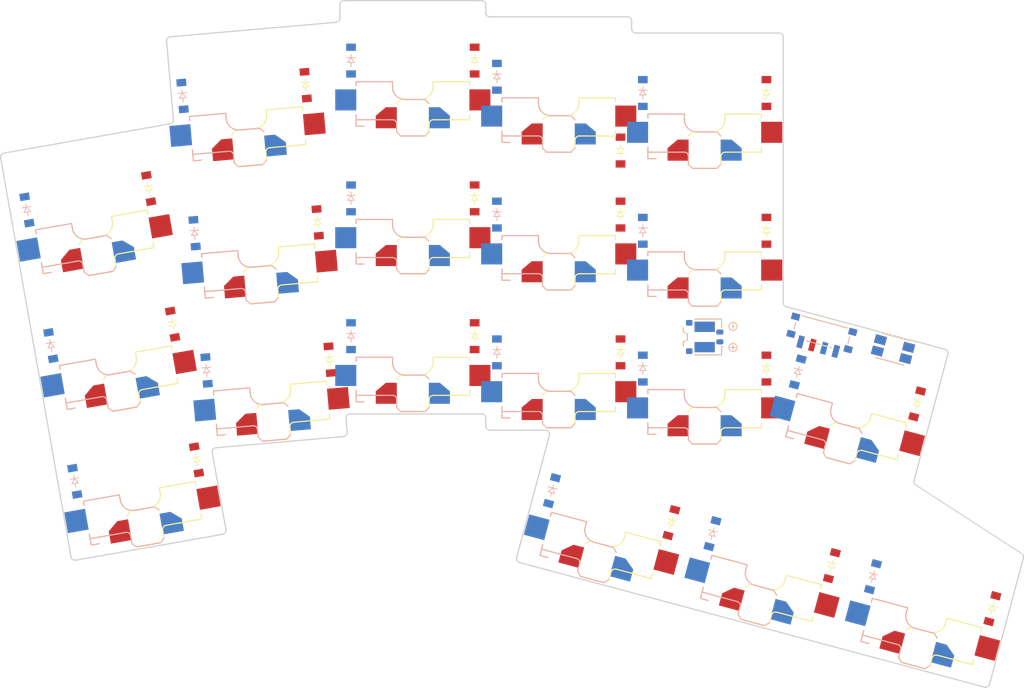
<source format=kicad_pcb>
(kicad_pcb (version 20221018) (generator pcbnew)
  (title_block (title "template") (rev "v1.0.0") (company "Unknown"))
  (layers (0 "F.Cu" signal) (31 "B.Cu" signal) (34 "B.Paste" user) (35 "F.Paste" user) (36 "B.SilkS" user "B.Silkscreen") (37 "F.SilkS" user "F.Silkscreen") (38 "B.Mask" user) (39 "F.Mask" user) (44 "Edge.Cuts" user))
  (net 0 "")
  (net 1 "C1")
  (net 2 "pinky_bottom")
  (net 3 "pinky_home")
  (net 4 "pinky_top")
  (net 5 "C2")
  (net 6 "ring_bottom")
  (net 7 "ring_home")
  (net 8 "ring_top")
  (net 9 "C3")
  (net 10 "middle_bottom")
  (net 11 "middle_home")
  (net 12 "middle_top")
  (net 13 "C4")
  (net 14 "index_bottom")
  (net 15 "index_home")
  (net 16 "index_top")
  (net 17 "C5")
  (net 18 "inner_bottom")
  (net 19 "inner_home")
  (net 20 "inner_top")
  (net 21 "flexion_lower")
  (net 22 "C6")
  (net 23 "base_lower")
  (net 24 "base_upper")
  (net 25 "C7")
  (net 26 "extension_lower")
  (net 27 "R3")
  (net 28 "R2")
  (net 29 "R1")
  (net 30 "R4")
  (net 31 "BAT_P")
  (net 32 "RAW")
  (net 33 "RST")
  (net 34 "GND")
  (footprint "conn_molex_pico_ezmate_1x02" (layer "F.Cu") (at 170.006728 82.430902 -90)
    (fp_text reference "CONN1" hide)
    (fp_text value "" (at 0 0 -90) (layer "F.SilkS") (effects (font (size 1.27 1.27))))
    (pad "1" smd roundrect (at -0.6 -1.875 270) (size 0.6 0.85) (layers "F.Cu" "F.Paste" "F.Mask") (net 32 "RAW"))
    (pad "1" smd roundrect (at 0.6 -1.875 90) (size 0.6 0.85) (layers "B.Cu" "B.Paste" "B.Mask") (net 32 "RAW"))
    (pad "2" smd roundrect (at -0.6 -1.875 90) (size 0.6 0.85) (layers "B.Cu" "B.Paste" "B.Mask") (net 34 "GND"))
    (pad "2" smd roundrect (at 0.6 -1.875 270) (size 0.6 0.85) (layers "F.Cu" "F.Paste" "F.Mask") (net 34 "GND"))
    (pad "MP" smd roundrect (at -1.75 1.9 270) (size 0.7 0.8) (layers "F.Cu" "F.Paste" "F.Mask"))
    (pad "MP" smd roundrect (at -1.75 1.9 90) (size 0.7 0.8) (layers "B.Cu" "B.Paste" "B.Mask"))
    (pad "MP" smd roundrect (at 1.75 1.9 270) (size 0.7 0.8) (layers "F.Cu" "F.Paste" "F.Mask"))
    (pad "MP" smd roundrect (at 1.75 1.9 90) (size 0.7 0.8) (layers "B.Cu" "B.Paste" "B.Mask"))
  )
  (footprint "PG1350" (layer "F.Cu") (at 170.006728 87.430902 180)
    (fp_text reference "S13" hide)
    (fp_text value "" (at 0 0 180) (layer "F.SilkS") (effects (font (size 1.27 1.27))))
    (pad "" np_thru_hole circle (at -5.5 0) (size 1.7018 1.7018) (drill 1.7018) (layers "*.Cu" "*.Mask"))
    (pad "" np_thru_hole circle (at -5 -3.75 195) (size 3 3) (drill 3) (layers "*.Cu" "*.Mask"))
    (pad "" np_thru_hole circle (at 0 -5.95) (size 3 3) (drill 3) (layers "*.Cu" "*.Mask"))
    (pad "" np_thru_hole circle (at 0 0) (size 3.429 3.429) (drill 3.429) (layers "*.Cu" "*.Mask"))
    (pad "" np_thru_hole circle (at 5 -3.75 195) (size 3 3) (drill 3) (layers "*.Cu" "*.Mask"))
    (pad "" np_thru_hole circle (at 5.5 0) (size 1.7018 1.7018) (drill 1.7018) (layers "*.Cu" "*.Mask"))
    (pad "1" smd custom (at -3.275 -5.95 180) (size 1 1) (layers "B.Cu" "B.Paste" "B.Mask") (net 17 "C5") (options (clearance outline) (anchor rect)) (primitives (gr_poly (pts (xy -1.3 -1.3) (xy -1.3 0.25) (xy -0.05 1.3) (xy 1.3 1.3) (xy 1.3 -1.3)) (width 0) (fill yes))))
    (pad "1" connect custom (at 3.275 -5.95 180) (size 0.5 0.5) (layers "F.Cu" "F.Mask") (net 17 "C5") (options (clearance outline) (anchor rect)) (primitives (gr_poly (pts (xy -1.3 -1.3) (xy -1.3 1.3) (xy 0.05 1.3) (xy 1.3 0.25) (xy 1.3 -1.3)) (width 0) (fill yes))))
    (pad "2" smd rect (at -8.275 -3.75 180) (size 2.6 2.6) (layers "F.Cu" "F.Paste" "F.Mask") (net 18 "inner_bottom"))
    (pad "2" smd rect (at 8.275 -3.75 180) (size 2.6 2.6) (layers "B.Cu" "B.Paste" "B.Mask") (net 18 "inner_bottom"))
  )
  (footprint "power_switch" (layer "F.Cu") (at 184.468625 81.948987 75)
    (fp_text reference "SW1" hide)
    (fp_text value "" (at 0 0 75) (layer "F.SilkS") (effects (font (size 1.27 1.27))))
    (pad "" smd rect (at -1.085 -3.65 165) (size 1 0.8) (layers "F.Cu" "F.Paste" "F.Mask"))
    (pad "" smd rect (at -1.085 -3.65 345) (size 1 0.8) (layers "B.Cu" "B.Paste" "B.Mask"))
    (pad "" smd rect (at -1.085 3.65 165) (size 1 0.8) (layers "F.Cu" "F.Paste" "F.Mask"))
    (pad "" smd rect (at -1.085 3.65 345) (size 1 0.8) (layers "B.Cu" "B.Paste" "B.Mask"))
    (pad "" np_thru_hole circle (at 0.025 -1.5 165) (size 0.9 0.9) (drill 0.9) (layers "*.Cu" "*.Mask"))
    (pad "" np_thru_hole circle (at 0.025 1.5 165) (size 0.9 0.9) (drill 0.9) (layers "*.Cu" "*.Mask"))
    (pad "" smd rect (at 1.125 -3.65 165) (size 1 0.8) (layers "F.Cu" "F.Paste" "F.Mask"))
    (pad "" smd rect (at 1.125 -3.65 345) (size 1 0.8) (layers "B.Cu" "B.Paste" "B.Mask"))
    (pad "" smd rect (at 1.125 3.65 165) (size 1 0.8) (layers "F.Cu" "F.Paste" "F.Mask"))
    (pad "" smd rect (at 1.125 3.65 345) (size 1 0.8) (layers "B.Cu" "B.Paste" "B.Mask"))
    (pad "1" smd rect (at -1.735 2.25 165) (size 0.7 1.5) (layers "F.Cu" "F.Paste" "F.Mask"))
    (pad "2" smd rect (at -1.735 -0.75 165) (size 0.7 1.5) (layers "F.Cu" "F.Paste" "F.Mask") (net 31 "BAT_P"))
    (pad "3" smd rect (at -1.735 -2.25 165) (size 0.7 1.5) (layers "F.Cu" "F.Paste" "F.Mask") (net 32 "RAW"))
    (pad "4" smd rect (at -1.735 2.25 345) (size 0.7 1.5) (layers "B.Cu" "B.Paste" "B.Mask"))
    (pad "5" smd rect (at -1.735 0.75 345) (size 0.7 1.5) (layers "B.Cu" "B.Paste" "B.Mask") (net 31 "BAT_P"))
    (pad "6" smd rect (at -1.735 -2.25 345) (size 0.7 1.5) (layers "B.Cu" "B.Paste" "B.Mask") (net 32 "RAW"))
  )
  (footprint "ComboDiode" (layer "F.Cu") (at 205.509573 115.953459 -105)
    (fp_text reference "D37" hide)
    (fp_text value "" (at 0 0 -105) (layer "F.SilkS") (effects (font (size 1.27 1.27))))
    (pad "1" smd rect (at -1.65 0 255) (size 0.9 1.2) (layers "F.Cu" "F.Paste" "F.Mask") (net 30 "R4"))
    (pad "2" smd rect (at 1.65 0 255) (size 0.9 1.2) (layers "F.Cu" "F.Paste" "F.Mask") (net 26 "extension_lower"))
  )
  (footprint "PG1350" (layer "F.Cu") (at 170.006728 53.430902 180)
    (fp_text reference "S15" hide)
    (fp_text value "" (at 0 0 180) (layer "F.SilkS") (effects (font (size 1.27 1.27))))
    (pad "" np_thru_hole circle (at -5.5 0) (size 1.7018 1.7018) (drill 1.7018) (layers "*.Cu" "*.Mask"))
    (pad "" np_thru_hole circle (at -5 -3.75 195) (size 3 3) (drill 3) (layers "*.Cu" "*.Mask"))
    (pad "" np_thru_hole circle (at 0 -5.95) (size 3 3) (drill 3) (layers "*.Cu" "*.Mask"))
    (pad "" np_thru_hole circle (at 0 0) (size 3.429 3.429) (drill 3.429) (layers "*.Cu" "*.Mask"))
    (pad "" np_thru_hole circle (at 5 -3.75 195) (size 3 3) (drill 3) (layers "*.Cu" "*.Mask"))
    (pad "" np_thru_hole circle (at 5.5 0) (size 1.7018 1.7018) (drill 1.7018) (layers "*.Cu" "*.Mask"))
    (pad "1" smd custom (at -3.275 -5.95 180) (size 1 1) (layers "B.Cu" "B.Paste" "B.Mask") (net 17 "C5") (options (clearance outline) (anchor rect)) (primitives (gr_poly (pts (xy -1.3 -1.3) (xy -1.3 0.25) (xy -0.05 1.3) (xy 1.3 1.3) (xy 1.3 -1.3)) (width 0) (fill yes))))
    (pad "1" connect custom (at 3.275 -5.95 180) (size 0.5 0.5) (layers "F.Cu" "F.Mask") (net 17 "C5") (options (clearance outline) (anchor rect)) (primitives (gr_poly (pts (xy -1.3 -1.3) (xy -1.3 1.3) (xy 0.05 1.3) (xy 1.3 0.25) (xy 1.3 -1.3)) (width 0) (fill yes))))
    (pad "2" smd rect (at -8.275 -3.75 180) (size 2.6 2.6) (layers "F.Cu" "F.Paste" "F.Mask") (net 20 "inner_top"))
    (pad "2" smd rect (at 8.275 -3.75 180) (size 2.6 2.6) (layers "B.Cu" "B.Paste" "B.Mask") (net 20 "inner_top"))
  )
  (footprint "ComboDiode" (layer "F.Cu") (at 122.268001 68.296408 -85)
    (fp_text reference "D24" hide)
    (fp_text value "" (at 0 0 -85) (layer "F.SilkS") (effects (font (size 1.27 1.27))))
    (pad "1" smd rect (at -1.65 0 275) (size 0.9 1.2) (layers "F.Cu" "F.Paste" "F.Mask") (net 28 "R2"))
    (pad "2" smd rect (at 1.65 0 275) (size 0.9 1.2) (layers "F.Cu" "F.Paste" "F.Mask") (net 7 "ring_home"))
  )
  (footprint "PG1350" (layer "F.Cu") (at 152.006728 51.430902 180)
    (fp_text reference "S12" hide)
    (fp_text value "" (at 0 0 180) (layer "F.SilkS") (effects (font (size 1.27 1.27))))
    (pad "" np_thru_hole circle (at -5.5 0) (size 1.7018 1.7018) (drill 1.7018) (layers "*.Cu" "*.Mask"))
    (pad "" np_thru_hole circle (at -5 -3.75 195) (size 3 3) (drill 3) (layers "*.Cu" "*.Mask"))
    (pad "" np_thru_hole circle (at 0 -5.95) (size 3 3) (drill 3) (layers "*.Cu" "*.Mask"))
    (pad "" np_thru_hole circle (at 0 0) (size 3.429 3.429) (drill 3.429) (layers "*.Cu" "*.Mask"))
    (pad "" np_thru_hole circle (at 5 -3.75 195) (size 3 3) (drill 3) (layers "*.Cu" "*.Mask"))
    (pad "" np_thru_hole circle (at 5.5 0) (size 1.7018 1.7018) (drill 1.7018) (layers "*.Cu" "*.Mask"))
    (pad "1" smd custom (at -3.275 -5.95 180) (size 1 1) (layers "B.Cu" "B.Paste" "B.Mask") (net 13 "C4") (options (clearance outline) (anchor rect)) (primitives (gr_poly (pts (xy -1.3 -1.3) (xy -1.3 0.25) (xy -0.05 1.3) (xy 1.3 1.3) (xy 1.3 -1.3)) (width 0) (fill yes))))
    (pad "1" connect custom (at 3.275 -5.95 180) (size 0.5 0.5) (layers "F.Cu" "F.Mask") (net 13 "C4") (options (clearance outline) (anchor rect)) (primitives (gr_poly (pts (xy -1.3 -1.3) (xy -1.3 1.3) (xy 0.05 1.3) (xy 1.3 0.25) (xy 1.3 -1.3)) (width 0) (fill yes))))
    (pad "2" smd rect (at -8.275 -3.75 180) (size 2.6 2.6) (layers "F.Cu" "F.Paste" "F.Mask") (net 16 "index_top"))
    (pad "2" smd rect (at 8.275 -3.75 180) (size 2.6 2.6) (layers "B.Cu" "B.Paste" "B.Mask") (net 16 "index_top"))
  )
  (footprint "ComboDiode" (layer "F.Cu") (at 159.631728 59.430902 90)
    (fp_text reference "D38" hide)
    (fp_text value "" (at 0 0 90) (layer "F.SilkS") (effects (font (size 1.27 1.27))))
    (pad "1" smd rect (at -1.65 0 90) (size 0.9 1.2) (layers "F.Cu" "F.Paste" "F.Mask") (net 29 "R1"))
    (pad "2" smd rect (at 1.65 0 90) (size 0.9 1.2) (layers "F.Cu" "F.Paste" "F.Mask") (net 16 "index_top"))
  )
  (footprint "ComboDiode" (layer "F.Cu") (at 120.786353 51.361098 -85)
    (fp_text reference "D25" hide)
    (fp_text value "" (at 0 0 -85) (layer "F.SilkS") (effects (font (size 1.27 1.27))))
    (pad "1" smd rect (at -1.65 0 275) (size 0.9 1.2) (layers "F.Cu" "F.Paste" "F.Mask") (net 29 "R1"))
    (pad "2" smd rect (at 1.65 0 275) (size 0.9 1.2) (layers "F.Cu" "F.Paste" "F.Mask") (net 8 "ring_top"))
  )
  (footprint "ComboDiode" (layer "F.Cu") (at 123.749648 85.231718 -85)
    (fp_text reference "D23" hide)
    (fp_text value "" (at 0 0 -85) (layer "F.SilkS") (effects (font (size 1.27 1.27))))
    (pad "1" smd rect (at -1.65 0 275) (size 0.9 1.2) (layers "F.Cu" "F.Paste" "F.Mask") (net 27 "R3"))
    (pad "2" smd rect (at 1.65 0 275) (size 0.9 1.2) (layers "F.Cu" "F.Paste" "F.Mask") (net 6 "ring_bottom"))
  )
  (footprint "ComboDiode" (layer "F.Cu") (at 104.366127 80.850912 -80)
    (fp_text reference "D21" hide)
    (fp_text value "" (at 0 0 -80) (layer "F.SilkS") (effects (font (size 1.27 1.27))))
    (pad "1" smd rect (at -1.65 0 280) (size 0.9 1.2) (layers "F.Cu" "F.Paste" "F.Mask") (net 28 "R2"))
    (pad "2" smd rect (at 1.65 0 280) (size 0.9 1.2) (layers "F.Cu" "F.Paste" "F.Mask") (net 3 "pinky_home"))
  )
  (footprint "PG1350" (layer "F.Cu") (at 134.006728 49.430902 180)
    (fp_text reference "S9" hide)
    (fp_text value "" (at 0 0 180) (layer "F.SilkS") (effects (font (size 1.27 1.27))))
    (pad "" np_thru_hole circle (at -5.5 0) (size 1.7018 1.7018) (drill 1.7018) (layers "*.Cu" "*.Mask"))
    (pad "" np_thru_hole circle (at -5 -3.75 195) (size 3 3) (drill 3) (layers "*.Cu" "*.Mask"))
    (pad "" np_thru_hole circle (at 0 -5.95) (size 3 3) (drill 3) (layers "*.Cu" "*.Mask"))
    (pad "" np_thru_hole circle (at 0 0) (size 3.429 3.429) (drill 3.429) (layers "*.Cu" "*.Mask"))
    (pad "" np_thru_hole circle (at 5 -3.75 195) (size 3 3) (drill 3) (layers "*.Cu" "*.Mask"))
    (pad "" np_thru_hole circle (at 5.5 0) (size 1.7018 1.7018) (drill 1.7018) (layers "*.Cu" "*.Mask"))
    (pad "1" smd custom (at -3.275 -5.95 180) (size 1 1) (layers "B.Cu" "B.Paste" "B.Mask") (net 9 "C3") (options (clearance outline) (anchor rect)) (primitives (gr_poly (pts (xy -1.3 -1.3) (xy -1.3 0.25) (xy -0.05 1.3) (xy 1.3 1.3) (xy 1.3 -1.3)) (width 0) (fill yes))))
    (pad "1" connect custom (at 3.275 -5.95 180) (size 0.5 0.5) (layers "F.Cu" "F.Mask") (net 9 "C3") (options (clearance outline) (anchor rect)) (primitives (gr_poly (pts (xy -1.3 -1.3) (xy -1.3 1.3) (xy 0.05 1.3) (xy 1.3 0.25) (xy 1.3 -1.3)) (width 0) (fill yes))))
    (pad "2" smd rect (at -8.275 -3.75 180) (size 2.6 2.6) (layers "F.Cu" "F.Paste" "F.Mask") (net 12 "middle_top"))
    (pad "2" smd rect (at 8.275 -3.75 180) (size 2.6 2.6) (layers "B.Cu" "B.Paste" "B.Mask") (net 12 "middle_top"))
  )
  (footprint "ComboDiode" (layer "F.Cu") (at 185.708093 110.647669 -105)
    (fp_text reference "D35" hide)
    (fp_text value "" (at 0 0 -105) (layer "F.SilkS") (effects (font (size 1.27 1.27))))
    (pad "1" smd rect (at -1.65 0 255) (size 0.9 1.2) (layers "F.Cu" "F.Paste" "F.Mask") (net 30 "R4"))
    (pad "2" smd rect (at 1.65 0 255) (size 0.9 1.2) (layers "F.Cu" "F.Paste" "F.Mask") (net 23 "base_lower"))
  )
  (footprint "PG1350" (layer "F.Cu") (at 152.006728 68.430902 180)
    (fp_text reference "S11" hide)
    (fp_text value "" (at 0 0 180) (layer "F.SilkS") (effects (font (size 1.27 1.27))))
    (pad "" np_thru_hole circle (at -5.5 0) (size 1.7018 1.7018) (drill 1.7018) (layers "*.Cu" "*.Mask"))
    (pad "" np_thru_hole circle (at -5 -3.75 195) (size 3 3) (drill 3) (layers "*.Cu" "*.Mask"))
    (pad "" np_thru_hole circle (at 0 -5.95) (size 3 3) (drill 3) (layers "*.Cu" "*.Mask"))
    (pad "" np_thru_hole circle (at 0 0) (size 3.429 3.429) (drill 3.429) (layers "*.Cu" "*.Mask"))
    (pad "" np_thru_hole circle (at 5 -3.75 195) (size 3 3) (drill 3) (layers "*.Cu" "*.Mask"))
    (pad "" np_thru_hole circle (at 5.5 0) (size 1.7018 1.7018) (drill 1.7018) (layers "*.Cu" "*.Mask"))
    (pad "1" smd custom (at -3.275 -5.95 180) (size 1 1) (layers "B.Cu" "B.Paste" "B.Mask") (net 13 "C4") (options (clearance outline) (anchor rect)) (primitives (gr_poly (pts (xy -1.3 -1.3) (xy -1.3 0.25) (xy -0.05 1.3) (xy 1.3 1.3) (xy 1.3 -1.3)) (width 0) (fill yes))))
    (pad "1" connect custom (at 3.275 -5.95 180) (size 0.5 0.5) (layers "F.Cu" "F.Mask") (net 13 "C4") (options (clearance outline) (anchor rect)) (primitives (gr_poly (pts (xy -1.3 -1.3) (xy -1.3 1.3) (xy 0.05 1.3) (xy 1.3 0.25) (xy 1.3 -1.3)) (width 0) (fill yes))))
    (pad "2" smd rect (at -8.275 -3.75 180) (size 2.6 2.6) (layers "F.Cu" "F.Paste" "F.Mask") (net 15 "index_home"))
    (pad "2" smd rect (at 8.275 -3.75 180) (size 2.6 2.6) (layers "B.Cu" "B.Paste" "B.Mask") (net 15 "index_home"))
  )
  (footprint "ComboDiode" (layer "F.Cu") (at 141.631728 82.330902 -90)
    (fp_text reference "D26" hide)
    (fp_text value "" (at 0 0 -90) (layer "F.SilkS") (effects (font (size 1.27 1.27))))
    (pad "1" smd rect (at -1.65 0 270) (size 0.9 1.2) (layers "F.Cu" "F.Paste" "F.Mask") (net 27 "R3"))
    (pad "2" smd rect (at 1.65 0 270) (size 0.9 1.2) (layers "F.Cu" "F.Paste" "F.Mask") (net 10 "middle_bottom"))
  )
  (footprint "ComboDiode" (layer "F.Cu") (at 107.318146 97.592644 -80)
    (fp_text reference "D20" hide)
    (fp_text value "" (at 0 0 -80) (layer "F.SilkS") (effects (font (size 1.27 1.27))))
    (pad "1" smd rect (at -1.65 0 280) (size 0.9 1.2) (layers "F.Cu" "F.Paste" "F.Mask") (net 27 "R3"))
    (pad "2" smd rect (at 1.65 0 280) (size 0.9 1.2) (layers "F.Cu" "F.Paste" "F.Mask") (net 2 "pinky_bottom"))
  )
  (footprint "ComboDiode" (layer "F.Cu") (at 196.231741 90.691396 -105)
    (fp_text reference "D36" hide)
    (fp_text value "" (at 0 0 -105) (layer "F.SilkS") (effects (font (size 1.27 1.27))))
    (pad "1" smd rect (at -1.65 0 255) (size 0.9 1.2) (layers "F.Cu" "F.Paste" "F.Mask") (net 27 "R3"))
    (pad "2" smd rect (at 1.65 0 255) (size 0.9 1.2) (layers "F.Cu" "F.Paste" "F.Mask") (net 24 "base_upper"))
  )
  (footprint "ComboDiode" (layer "F.Cu") (at 159.631728 67.330902 -90)
    (fp_text reference "D30" hide)
    (fp_text value "" (at 0 0 -90) (layer "F.SilkS") (effects (font (size 1.27 1.27))))
    (pad "1" smd rect (at -1.65 0 270) (size 0.9 1.2) (layers "F.Cu" "F.Paste" "F.Mask") (net 28 "R2"))
    (pad "2" smd rect (at 1.65 0 270) (size 0.9 1.2) (layers "F.Cu" "F.Paste" "F.Mask") (net 15 "index_home"))
  )
  (footprint "PG1350" (layer "F.Cu") (at 178.058208 109.736692 165)
    (fp_text reference "S17" hide)
    (fp_text value "" (at 0 0 165) (layer "F.SilkS") (effects (font (size 1.27 1.27))))
    (pad "" np_thru_hole circle (at -5.5 0) (size 1.7018 1.7018) (drill 1.7018) (layers "*.Cu" "*.Mask"))
    (pad "" np_thru_hole circle (at -5 -3.75 195) (size 3 3) (drill 3) (layers "*.Cu" "*.Mask"))
    (pad "" np_thru_hole circle (at 0 -5.95) (size 3 3) (drill 3) (layers "*.Cu" "*.Mask"))
    (pad "" np_thru_hole circle (at 0 0) (size 3.429 3.429) (drill 3.429) (layers "*.Cu" "*.Mask"))
    (pad "" np_thru_hole circle (at 5 -3.75 195) (size 3 3) (drill 3) (layers "*.Cu" "*.Mask"))
    (pad "" np_thru_hole circle (at 5.5 0) (size 1.7018 1.7018) (drill 1.7018) (layers "*.Cu" "*.Mask"))
    (pad "1" smd custom (at -3.275 -5.95 165) (size 1 1) (layers "B.Cu" "B.Paste" "B.Mask") (net 22 "C6") (options (clearance outline) (anchor rect)) (primitives (gr_poly (pts (xy -1.3 -1.3) (xy -1.3 0.25) (xy -0.05 1.3) (xy 1.3 1.3) (xy 1.3 -1.3)) (width 0) (fill yes))))
    (pad "1" connect custom (at 3.275 -5.95 165) (size 0.5 0.5) (layers "F.Cu" "F.Mask") (net 22 "C6") (options (clearance outline) (anchor rect)) (primitives (gr_poly (pts (xy -1.3 -1.3) (xy -1.3 1.3) (xy 0.05 1.3) (xy 1.3 0.25) (xy 1.3 -1.3)) (width 0) (fill yes))))
    (pad "2" smd rect (at -8.275 -3.75 165) (size 2.6 2.6) (layers "F.Cu" "F.Paste" "F.Mask") (net 23 "base_lower"))
    (pad "2" smd rect (at 8.275 -3.75 165) (size 2.6 2.6) (layers "B.Cu" "B.Paste" "B.Mask") (net 23 "base_lower"))
  )
  (footprint "ComboDiode" (layer "F.Cu") (at 141.631728 65.330902 -90)
    (fp_text reference "D27" hide)
    (fp_text value "" (at 0 0 -90) (layer "F.SilkS") (effects (font (size 1.27 1.27))))
    (pad "1" smd rect (at -1.65 0 270) (size 0.9 1.2) (layers "F.Cu" "F.Paste" "F.Mask") (net 28 "R2"))
    (pad "2" smd rect (at 1.65 0 270) (size 0.9 1.2) (layers "F.Cu" "F.Paste" "F.Mask") (net 11 "middle_home"))
  )
  (footprint "PG1350" (layer "F.Cu") (at 170.006728 70.430902 180)
    (fp_text reference "S14" hide)
    (fp_text value "" (at 0 0 180) (layer "F.SilkS") (effects (font (size 1.27 1.27))))
    (pad "" np_thru_hole circle (at -5.5 0) (size 1.7018 1.7018) (drill 1.7018) (layers "*.Cu" "*.Mask"))
    (pad "" np_thru_hole circle (at -5 -3.75 195) (size 3 3) (drill 3) (layers "*.Cu" "*.Mask"))
    (pad "" np_thru_hole circle (at 0 -5.95) (size 3 3) (drill 3) (layers "*.Cu" "*.Mask"))
    (pad "" np_thru_hole circle (at 0 0) (size 3.429 3.429) (drill 3.429) (layers "*.Cu" "*.Mask"))
    (pad "" np_thru_hole circle (at 5 -3.75 195) (size 3 3) (drill 3) (layers "*.Cu" "*.Mask"))
    (pad "" np_thru_hole circle (at 5.5 0) (size 1.7018 1.7018) (drill 1.7018) (layers "*.Cu" "*.Mask"))
    (pad "1" smd custom (at -3.275 -5.95 180) (size 1 1) (layers "B.Cu" "B.Paste" "B.Mask") (net 17 "C5") (options (clearance outline) (anchor rect)) (primitives (gr_poly (pts (xy -1.3 -1.3) (xy -1.3 0.25) (xy -0.05 1.3) (xy 1.3 1.3) (xy 1.3 -1.3)) (width 0) (fill yes))))
    (pad "1" connect custom (at 3.275 -5.95 180) (size 0.5 0.5) (layers "F.Cu" "F.Mask") (net 17 "C5") (options (clearance outline) (anchor rect)) (primitives (gr_poly (pts (xy -1.3 -1.3) (xy -1.3 1.3) (xy 0.05 1.3) (xy 1.3 0.25) (xy 1.3 -1.3)) (width 0) (fill yes))))
    (pad "2" smd rect (at -8.275 -3.75 180) (size 2.6 2.6) (layers "F.Cu" "F.Paste" "F.Mask") (net 19 "inner_home"))
    (pad "2" smd rect (at 8.275 -3.75 180) (size 2.6 2.6) (layers "B.Cu" "B.Paste" "B.Mask") (net 19 "inner_home"))
  )
  (footprint "ComboDiode" (layer "F.Cu") (at 177.631728 52.330902 -90)
    (fp_text reference "D33" hide)
    (fp_text value "" (at 0 0 -90) (layer "F.SilkS") (effects (font (size 1.27 1.27))))
    (pad "1" smd rect (at -1.65 0 270) (size 0.9 1.2) (layers "F.Cu" "F.Paste" "F.Mask") (net 29 "R1"))
    (pad "2" smd rect (at 1.65 0 270) (size 0.9 1.2) (layers "F.Cu" "F.Paste" "F.Mask") (net 20 "inner_top"))
  )
  (footprint "PG1350" (layer "F.Cu") (at 134.006728 83.430902 180)
    (fp_text reference "S7" hide)
    (fp_text value "" (at 0 0 180) (layer "F.SilkS") (effects (font (size 1.27 1.27))))
    (pad "" np_thru_hole circle (at -5.5 0) (size 1.7018 1.7018) (drill 1.7018) (layers "*.Cu" "*.Mask"))
    (pad "" np_thru_hole circle (at -5 -3.75 195) (size 3 3) (drill 3) (layers "*.Cu" "*.Mask"))
    (pad "" np_thru_hole circle (at 0 -5.95) (size 3 3) (drill 3) (layers "*.Cu" "*.Mask"))
    (pad "" np_thru_hole circle (at 0 0) (size 3.429 3.429) (drill 3.429) (layers "*.Cu" "*.Mask"))
    (pad "" np_thru_hole circle (at 5 -3.75 195) (size 3 3) (drill 3) (layers "*.Cu" "*.Mask"))
    (pad "" np_thru_hole circle (at 5.5 0) (size 1.7018 1.7018) (drill 1.7018) (layers "*.Cu" "*.Mask"))
    (pad "1" smd custom (at -3.275 -5.95 180) (size 1 1) (layers "B.Cu" "B.Paste" "B.Mask") (net 9 "C3") (options (clearance outline) (anchor rect)) (primitives (gr_poly (pts (xy -1.3 -1.3) (xy -1.3 0.25) (xy -0.05 1.3) (xy 1.3 1.3) (xy 1.3 -1.3)) (width 0) (fill yes))))
    (pad "1" connect custom (at 3.275 -5.95 180) (size 0.5 0.5) (layers "F.Cu" "F.Mask") (net 9 "C3") (options (clearance outline) (anchor rect)) (primitives (gr_poly (pts (xy -1.3 -1.3) (xy -1.3 1.3) (xy 0.05 1.3) (xy 1.3 0.25) (xy 1.3 -1.3)) (width 0) (fill yes))))
    (pad "2" smd rect (at -8.275 -3.75 180) (size 2.6 2.6) (layers "F.Cu" "F.Paste" "F.Mask") (net 10 "middle_bottom"))
    (pad "2" smd rect (at 8.275 -3.75 180) (size 2.6 2.6) (layers "B.Cu" "B.Paste" "B.Mask") (net 10 "middle_bottom"))
  )
  (footprint "ComboDiode" (layer "F.Cu") (at 159.631728 84.330902 -90)
    (fp_text reference "D29" hide)
    (fp_text value "" (at 0 0 -90) (layer "F.SilkS") (effects (font (size 1.27 1.27))))
    (pad "1" smd rect (at -1.65 0 270) (size 0.9 1.2) (layers "F.Cu" "F.Paste" "F.Mask") (net 27 "R3"))
    (pad "2" smd rect (at 1.65 0 270) (size 0.9 1.2) (layers "F.Cu" "F.Paste" "F.Mask") (net 14 "index_bottom"))
  )
  (footprint "pads" (layer "F.Cu") (at 170.006728 82.430902 -90)
    (fp_text reference "PAD1" hide)
    (fp_text value "" (at 0 0 -90) (layer "F.SilkS") (effects (font (size 1.27 1.27))))
    (pad "1" smd rect (at -1.25 0 270) (size 1.25 2.5) (layers "F.Cu" "F.Paste" "F.Mask") (net 31 "BAT_P"))
    (pad "1" smd rect (at -1.25 0 270) (size 1.25 2.5) (layers "B.Cu" "B.Paste" "B.Mask") (net 34 "GND"))
    (pad "2" smd rect (at 1.25 0 270) (size 1.25 2.5) (layers "F.Cu" "F.Paste" "F.Mask") (net 34 "GND"))
    (pad "2" smd rect (at 1.25 0 270) (size 1.25 2.5) (layers "B.Cu" "B.Paste" "B.Mask") (net 31 "BAT_P"))
  )
  (footprint "PG1350" (layer "F.Cu") (at 100 100 -170)
    (fp_text reference "S1" hide)
    (fp_text value "" (at 0 0 -170) (layer "F.SilkS") (effects (font (size 1.27 1.27))))
    (pad "" np_thru_hole circle (at -5.5 0) (size 1.7018 1.7018) (drill 1.7018) (layers "*.Cu" "*.Mask"))
    (pad "" np_thru_hole circle (at -5 -3.75 195) (size 3 3) (drill 3) (layers "*.Cu" "*.Mask"))
    (pad "" np_thru_hole circle (at 0 -5.95) (size 3 3) (drill 3) (layers "*.Cu" "*.Mask"))
    (pad "" np_thru_hole circle (at 0 0) (size 3.429 3.429) (drill 3.429) (layers "*.Cu" "*.Mask"))
    (pad "" np_thru_hole circle (at 5 -3.75 195) (size 3 3) (drill 3) (layers "*.Cu" "*.Mask"))
    (pad "" np_thru_hole circle (at 5.5 0) (size 1.7018 1.7018) (drill 1.7018) (layers "*.Cu" "*.Mask"))
    (pad "1" smd custom (at -3.275 -5.95 190) (size 1 1) (layers "B.Cu" "B.Paste" "B.Mask") (net 1 "C1") (options (clearance outline) (anchor rect)) (primitives (gr_poly (pts (xy -1.3 -1.3) (xy -1.3 0.25) (xy -0.05 1.3) (xy 1.3 1.3) (xy 1.3 -1.3)) (width 0) (fill yes))))
    (pad "1" connect custom (at 3.275 -5.95 190) (size 0.5 0.5) (layers "F.Cu" "F.Mask") (net 1 "C1") (options (clearance outline) (anchor rect)) (primitives (gr_poly (pts (xy -1.3 -1.3) (xy -1.3 1.3) (xy 0.05 1.3) (xy 1.3 0.25) (xy 1.3 -1.3)) (width 0) (fill yes))))
    (pad "2" smd rect (at -8.275 -3.75 190) (size 2.6 2.6) (layers "F.Cu" "F.Paste" "F.Mask") (net 2 "pinky_bottom"))
    (pad "2" smd rect (at 8.275 -3.75 190) (size 2.6 2.6) (layers "B.Cu" "B.Paste" "B.Mask") (net 2 "pinky_bottom"))
  )
  (footprint "ComboDiode" (layer "F.Cu") (at 177.631728 86.330902 -90)
    (fp_text reference "D31" hide)
    (fp_text value "" (at 0 0 -90) (layer "F.SilkS") (effects (font (size 1.27 1.27))))
    (pad "1" smd rect (at -1.65 0 270) (size 0.9 1.2) (layers "F.Cu" "F.Paste" "F.Mask") (net 27 "R3"))
    (pad "2" smd rect (at 1.65 0 270) (size 0.9 1.2) (layers "F.Cu" "F.Paste" "F.Mask") (net 18 "inner_bottom"))
  )
  (footprint "PG1350" (layer "F.Cu") (at 134.006728 66.430902 180)
    (fp_text reference "S8" hide)
    (fp_text value "" (at 0 0 180) (layer "F.SilkS") (effects (font (size 1.27 1.27))))
    (pad "" np_thru_hole circle (at -5.5 0) (size 1.7018 1.7018) (drill 1.7018) (layers "*.Cu" "*.Mask"))
    (pad "" np_thru_hole circle (at -5 -3.75 195) (size 3 3) (drill 3) (layers "*.Cu" "*.Mask"))
    (pad "" np_thru_hole circle (at 0 -5.95) (size 3 3) (drill 3) (layers "*.Cu" "*.Mask"))
    (pad "" np_thru_hole circle (at 0 0) (size 3.429 3.429) (drill 3.429) (layers "*.Cu" "*.Mask"))
    (pad "" np_thru_hole circle (at 5 -3.75 195) (size 3 3) (drill 3) (layers "*.Cu" "*.Mask"))
    (pad "" np_thru_hole circle (at 5.5 0) (size 1.7018 1.7018) (drill 1.7018) (layers "*.Cu" "*.Mask"))
    (pad "1" smd custom (at -3.275 -5.95 180) (size 1 1) (layers "B.Cu" "B.Paste" "B.Mask") (net 9 "C3") (options (clearance outline) (anchor rect)) (primitives (gr_poly (pts (xy -1.3 -1.3) (xy -1.3 0.25) (xy -0.05 1.3) (xy 1.3 1.3) (xy 1.3 -1.3)) (width 0) (fill yes))))
    (pad "1" connect custom (at 3.275 -5.95 180) (size 0.5 0.5) (layers "F.Cu" "F.Mask") (net 9 "C3") (options (clearance outline) (anchor rect)) (primitives (gr_poly (pts (xy -1.3 -1.3) (xy -1.3 1.3) (xy 0.05 1.3) (xy 1.3 0.25) (xy 1.3 -1.3)) (width 0) (fill yes))))
    (pad "2" smd rect (at -8.275 -3.75 180) (size 2.6 2.6) (layers "F.Cu" "F.Paste" "F.Mask") (net 11 "middle_home"))
    (pad "2" smd rect (at 8.275 -3.75 180) (size 2.6 2.6) (layers "B.Cu" "B.Paste" "B.Mask") (net 11 "middle_home"))
  )
  (footprint "icon_bat" (layer "F.Cu") (at 173.506728 82.430902 -90)
    (fp_text reference "ICON1" hide)
    (fp_text value "" (at 0 0 -90) (layer "F.SilkS") (effects (font (size 1.27 1.27))))
  )
  (footprint "sw_reset_side" (layer "F.Cu") (at 193.252544 83.940284 75)
    (fp_text reference "SW2" hide)
    (fp_text value "" (at 0 0 75) (layer "F.SilkS") (effects (font (size 1.27 1.27))))
    (pad "1" smd rect (at -0.72 -1.8 165) (size 1.4 1.05) (layers "F.Cu" "F.Paste" "F.Mask") (net 33 "RST"))
    (pad "1" smd rect (at -0.72 -1.8 345) (size 1.4 1.05) (layers "B.Cu" "B.Paste" "B.Mask") (net 33 "RST"))
    (pad "1" smd rect (at -0.72 1.8 165) (size 1.4 1.05) (layers "F.Cu" "F.Paste" "F.Mask") (net 33 "RST"))
    (pad "1" smd rect (at -0.72 1.8 345) (size 1.4 1.05) (layers "B.Cu" "B.Paste" "B.Mask") (net 33 "RST"))
    (pad "2" smd rect (at 0.72 -1.8 165) (size 1.4 1.05) (layers "F.Cu" "F.Paste" "F.Mask") (net 34 "GND"))
    (pad "2" smd rect (at 0.72 -1.8 345) (size 1.4 1.05) (layers "B.Cu" "B.Paste" "B.Mask") (net 34 "GND"))
    (pad "2" smd rect (at 0.72 1.8 165) (size 1.4 1.05) (layers "F.Cu" "F.Paste" "F.Mask") (net 34 "GND"))
    (pad "2" smd rect (at 0.72 1.8 345) (size 1.4 1.05) (layers "B.Cu" "B.Paste" "B.Mask") (net 34 "GND"))
  )
  (footprint "PG1350" (layer "F.Cu") (at 188.581856 89.780419 165)
    (fp_text reference "S18" hide)
    (fp_text value "" (at 0 0 165) (layer "F.SilkS") (effects (font (size 1.27 1.27))))
    (pad "" np_thru_hole circle (at -5.5 0) (size 1.7018 1.7018) (drill 1.7018) (layers "*.Cu" "*.Mask"))
    (pad "" np_thru_hole circle (at -5 -3.75 195) (size 3 3) (drill 3) (layers "*.Cu" "*.Mask"))
    (pad "" np_thru_hole circle (at 0 -5.95) (size 3 3) (drill 3) (layers "*.Cu" "*.Mask"))
    (pad "" np_thru_hole circle (at 0 0) (size 3.429 3.429) (drill 3.429) (layers "*.Cu" "*.Mask"))
    (pad "" np_thru_hole circle (at 5 -3.75 195) (size 3 3) (drill 3) (layers "*.Cu" "*.Mask"))
    (pad "" np_thru_hole circle (at 5.5 0) (size 1.7018 1.7018) (drill 1.7018) (layers "*.Cu" "*.Mask"))
    (pad "1" smd custom (at -3.275 -5.95 165) (size 1 1) (layers "B.Cu" "B.Paste" "B.Mask") (net 22 "C6") (options (clearance outline) (anchor rect)) (primitives (gr_poly (pts (xy -1.3 -1.3) (xy -1.3 0.25) (xy -0.05 1.3) (xy 1.3 1.3) (xy 1.3 -1.3)) (width 0) (fill yes))))
    (pad "1" connect custom (at 3.275 -5.95 165) (size 0.5 0.5) (layers "F.Cu" "F.Mask") (net 22 "C6") (options (clearance outline) (anchor rect)) (primitives (gr_poly (pts (xy -1.3 -1.3) (xy -1.3 1.3) (xy 0.05 1.3) (xy 1.3 0.25) (xy 1.3 -1.3)) (width 0) (fill yes))))
    (pad "2" smd rect (at -8.275 -3.75 165) (size 2.6 2.6) (layers "F.Cu" "F.Paste" "F.Mask") (net 24 "base_upper"))
    (pad "2" smd rect (at 8.275 -3.75 165) (size 2.6 2.6) (layers "B.Cu" "B.Paste" "B.Mask") (net 24 "base_upper"))
  )
  (footprint "PG1350" (layer "F.Cu") (at 94.095962 66.516536 -170)
    (fp_text reference "S3" hide)
    (fp_text value "" (at 0 0 -170) (layer "F.SilkS") (effects (font (size 1.27 1.27))))
    (pad "" np_thru_hole circle (at -5.5 0) (size 1.7018 1.7018) (drill 1.7018) (layers "*.Cu" "*.Mask"))
    (pad "" np_thru_hole circle (at -5 -3.75 195) (size 3 3) (drill 3) (layers "*.Cu" "*.Mask"))
    (pad "" np_thru_hole circle (at 0 -5.95) (size 3 3) (drill 3) (layers "*.Cu" "*.Mask"))
    (pad "" np_thru_hole circle (at 0 0) (size 3.429 3.429) (drill 3.429) (layers "*.Cu" "*.Mask"))
    (pad "" np_thru_hole circle (at 5 -3.75 195) (size 3 3) (drill 3) (layers "*.Cu" "*.Mask"))
    (pad "" np_thru_hole circle (at 5.5 0) (size 1.7018 1.7018) (drill 1.7018) (layers "*.Cu" "*.Mask"))
    (pad "1" smd custom (at -3.275 -5.95 190) (size 1 1) (layers "B.Cu" "B.Paste" "B.Mask") (net 1 "C1") (options (clearance outline) (anchor rect)) (primitives (gr_poly (pts (xy -1.3 -1.3) (xy -1.3 0.25) (xy -0.05 1.3) (xy 1.3 1.3) (xy 1.3 -1.3)) (width 0) (fill yes))))
    (pad "1" connect custom (at 3.275 -5.95 190) (size 0.5 0.5) (layers "F.Cu" "F.Mask") (net 1 "C1") (options (clearance outline) (anchor rect)) (primitives (gr_poly (pts (xy -1.3 -1.3) (xy -1.3 1.3) (xy 0.05 1.3) (xy 1.3 0.25) (xy 1.3 -1.3)) (width 0) (fill yes))))
    (pad "2" smd rect (at -8.275 -3.75 190) (size 2.6 2.6) (layers "F.Cu" "F.Paste" "F.Mask") (net 4 "pinky_top"))
    (pad "2" smd rect (at 8.275 -3.75 190) (size 2.6 2.6) (layers "B.Cu" "B.Paste" "B.Mask") (net 4 "pinky_top"))
  )
  (footprint "PG1350" (layer "F.Cu") (at 114.767888 70.056785 -175)
    (fp_text reference "S5" hide)
    (fp_text value "" (at 0 0 -175) (layer "F.SilkS") (effects (font (size 1.27 1.27))))
    (pad "" np_thru_hole circle (at -5.5 0) (size 1.7018 1.7018) (drill 1.7018) (layers "*.Cu" "*.Mask"))
    (pad "" np_thru_hole circle (at -5 -3.75 195) (size 3 3) (drill 3) (layers "*.Cu" "*.Mask"))
    (pad "" np_thru_hole circle (at 0 -5.95) (size 3 3) (drill 3) (layers "*.Cu" "*.Mask"))
    (pad "" np_thru_hole circle (at 0 0) (size 3.429 3.429) (drill 3.429) (layers "*.Cu" "*.Mask"))
    (pad "" np_thru_hole circle (at 5 -3.75 195) (size 3 3) (drill 3) (layers "*.Cu" "*.Mask"))
    (pad "" np_thru_hole circle (at 5.5 0) (size 1.7018 1.7018) (drill 1.7018) (layers "*.Cu" "*.Mask"))
    (pad "1" smd custom (at -3.275 -5.95 185) (size 1 1) (layers "B.Cu" "B.Paste" "B.Mask") (net 5 "C2") (options (clearance outline) (anchor rect)) (primitives (gr_poly (pts (xy -1.3 -1.3) (xy -1.3 0.25) (xy -0.05 1.3) (xy 1.3 1.3) (xy 1.3 -1.3)) (width 0) (fill yes))))
    (pad "1" connect custom (at 3.275 -5.95 185) (size 0.5 0.5) (layers "F.Cu" "F.Mask") (net 5 "C2") (options (clearance outline) (anchor rect)) (primitives (gr_poly (pts (xy -1.3 -1.3) (xy -1.3 1.3) (xy 0.05 1.3) (xy 1.3 0.25) (xy 1.3 -1.3)) (width 0) (fill yes))))
    (pad "2" smd rect (at -8.275 -3.75 185) (size 2.6 2.6) (layers "F.Cu" "F.Paste" "F.Mask") (net 7 "ring_home"))
    (pad "2" smd rect (at 8.275 -3.75 185) (size 2.6 2.6) (layers "B.Cu" "B.Paste" "B.Mask") (net 7 "ring_home"))
  )
  (footprint "PG1350" (layer "F.Cu") (at 116.249535 86.992095 -175)
    (fp_text reference "S4" hide)
    (fp_text value "" (at 0 0 -175) (layer "F.SilkS") (effects (font (size 1.27 1.27))))
    (pad "" np_thru_hole circle (at -5.5 0) (size 1.7018 1.7018) (drill 1.7018) (layers "*.Cu" "*.Mask"))
    (pad "" np_thru_hole circle (at -5 -3.75 195) (size 3 3) (drill 3) (layers "*.Cu" "*.Mask"))
    (pad "" np_thru_hole circle (at 0 -5.95) (size 3 3) (drill 3) (layers "*.Cu" "*.Mask"))
    (pad "" np_thru_hole circle (at 0 0) (size 3.429 3.429) (drill 3.429) (layers "*.Cu" "*.Mask"))
    (pad "" np_thru_hole circle (at 5 -3.75 195) (size 3 3) (drill 3) (layers "*.Cu" "*.Mask"))
    (pad "" np_thru_hole circle (at 5.5 0) (size 1.7018 1.7018) (drill 1.7018) (layers "*.Cu" "*.Mask"))
    (pad "1" smd custom (at -3.275 -5.95 185) (size 1 1) (layers "B.Cu" "B.Paste" "B.Mask") (net 5 "C2") (options (clearance outline) (anchor rect)) (primitives (gr_poly (pts (xy -1.3 -1.3) (xy -1.3 0.25) (xy -0.05 1.3) (xy 1.3 1.3) (xy 1.3 -1.3)) (width 0) (fill yes))))
    (pad "1" connect custom (at 3.275 -5.95 185) (size 0.5 0.5) (layers "F.Cu" "F.Mask") (net 5 "C2") (options (clearance outline) (anchor rect)) (primitives (gr_poly (pts (xy -1.3 -1.3) (xy -1.3 1.3) (xy 0.05 1.3) (xy 1.3 0.25) (xy 1.3 -1.3)) (width 0) (fill yes))))
    (pad "2" smd rect (at -8.275 -3.75 185) (size 2.6 2.6) (layers "F.Cu" "F.Paste" "F.Mask") (net 6 "ring_bottom"))
    (pad "2" smd rect (at 8.275 -3.75 185) (size 2.6 2.6) (layers "B.Cu" "B.Paste" "B.Mask") (net 6 "ring_bottom"))
  )
  (footprint "ComboDiode" (layer "F.Cu") (at 165.906614 105.341878 -105)
    (fp_text reference "D34" hide)
    (fp_text value "" (at 0 0 -105) (layer "F.SilkS") (effects (font (size 1.27 1.27))))
    (pad "1" smd rect (at -1.65 0 255) (size 0.9 1.2) (layers "F.Cu" "F.Paste" "F.Mask") (net 30 "R4"))
    (pad "2" smd rect (at 1.65 0 255) (size 0.9 1.2) (layers "F.Cu" "F.Paste" "F.Mask") (net 21 "flexion_lower"))
  )
  (footprint "PG1350" (layer "F.Cu") (at 113.28624 53.121475 -175)
    (fp_text reference "S6" hide)
    (fp_text value "" (at 0 0 -175) (layer "F.SilkS") (effects (font (size 1.27 1.27))))
    (pad "" np_thru_hole circle (at -5.5 0) (size 1.7018 1.7018) (drill 1.7018) (layers "*.Cu" "*.Mask"))
    (pad "" np_thru_hole circle (at -5 -3.75 195) (size 3 3) (drill 3) (layers "*.Cu" "*.Mask"))
    (pad "" np_thru_hole circle (at 0 -5.95) (size 3 3) (drill 3) (layers "*.Cu" "*.Mask"))
    (pad "" np_thru_hole circle (at 0 0) (size 3.429 3.429) (drill 3.429) (layers "*.Cu" "*.Mask"))
    (pad "" np_thru_hole circle (at 5 -3.75 195) (size 3 3) (drill 3) (layers "*.Cu" "*.Mask"))
    (pad "" np_thru_hole circle (at 5.5 0) (size 1.7018 1.7018) (drill 1.7018) (layers "*.Cu" "*.Mask"))
    (pad "1" smd custom (at -3.275 -5.95 185) (size 1 1) (layers "B.Cu" "B.Paste" "B.Mask") (net 5 "C2") (options (clearance outline) (anchor rect)) (primitives (gr_poly (pts (xy -1.3 -1.3) (xy -1.3 0.25) (xy -0.05 1.3) (xy 1.3 1.3) (xy 1.3 -1.3)) (width 0) (fill yes))))
    (pad "1" connect custom (at 3.275 -5.95 185) (size 0.5 0.5) (layers "F.Cu" "F.Mask") (net 5 "C2") (options (clearance outline) (anchor rect)) (primitives (gr_poly (pts (xy -1.3 -1.3) (xy -1.3 1.3) (xy 0.05 1.3) (xy 1.3 0.25) (xy 1.3 -1.3)) (width 0) (fill yes))))
    (pad "2" smd rect (at -8.275 -3.75 185) (size 2.6 2.6) (layers "F.Cu" "F.Paste" "F.Mask") (net 8 "ring_top"))
    (pad "2" smd rect (at 8.275 -3.75 185) (size 2.6 2.6) (layers "B.Cu" "B.Paste" "B.Mask") (net 8 "ring_top"))
  )
  (footprint "ComboDiode" (layer "F.Cu") (at 101.414108 64.109181 -80)
    (fp_text reference "D22" hide)
    (fp_text value "" (at 0 0 -80) (layer "F.SilkS") (effects (font (size 1.27 1.27))))
    (pad "1" smd rect (at -1.65 0 280) (size 0.9 1.2) (layers "F.Cu" "F.Paste" "F.Mask") (net 29 "R1"))
    (pad "2" smd rect (at 1.65 0 280) (size 0.9 1.2) (layers "F.Cu" "F.Paste" "F.Mask") (net 4 "pinky_top"))
  )
  (footprint "PG1350" (layer "F.Cu") (at 97.047981 83.258268 -170)
    (fp_text reference "S2" hide)
    (fp_text value "" (at 0 0 -170) (layer "F.SilkS") (effects (font (size 1.27 1.27))))
    (pad "" np_thru_hole circle (at -5.5 0) (size 1.7018 1.7018) (drill 1.7018) (layers "*.Cu" "*.Mask"))
    (pad "" np_thru_hole circle (at -5 -3.75 195) (size 3 3) (drill 3) (layers "*.Cu" "*.Mask"))
    (pad "" np_thru_hole circle (at 0 -5.95) (size 3 3) (drill 3) (layers "*.Cu" "*.Mask"))
    (pad "" np_thru_hole circle (at 0 0) (size 3.429 3.429) (drill 3.429) (layers "*.Cu" "*.Mask"))
    (pad "" np_thru_hole circle (at 5 -3.75 195) (size 3 3) (drill 3) (layers "*.Cu" "*.Mask"))
    (pad "" np_thru_hole circle (at 5.5 0) (size 1.7018 1.7018) (drill 1.7018) (layers "*.Cu" "*.Mask"))
    (pad "1" smd custom (at -3.275 -5.95 190) (size 1 1) (layers "B.Cu" "B.Paste" "B.Mask") (net 1 "C1") (options (clearance outline) (anchor rect)) (primitives (gr_poly (pts (xy -1.3 -1.3) (xy -1.3 0.25) (xy -0.05 1.3) (xy 1.3 1.3) (xy 1.3 -1.3)) (width 0) (fill yes))))
    (pad "1" connect custom (at 3.275 -5.95 190) (size 0.5 0.5) (layers "F.Cu" "F.Mask") (net 1 "C1") (options (clearance outline) (anchor rect)) (primitives (gr_poly (pts (xy -1.3 -1.3) (xy -1.3 1.3) (xy 0.05 1.3) (xy 1.3 0.25) (xy 1.3 -1.3)) (width 0) (fill yes))))
    (pad "2" smd rect (at -8.275 -3.75 190) (size 2.6 2.6) (layers "F.Cu" "F.Paste" "F.Mask") (net 3 "pinky_home"))
    (pad "2" smd rect (at 8.275 -3.75 190) (size 2.6 2.6) (layers "B.Cu" "B.Paste" "B.Mask") (net 3 "pinky_home"))
  )
  (footprint "ComboDiode" (layer "F.Cu") (at 141.631728 48.330902 -90)
    (fp_text reference "D28" hide)
    (fp_text value "" (at 0 0 -90) (layer "F.SilkS") (effects (font (size 1.27 1.27))))
    (pad "1" smd rect (at -1.65 0 270) (size 0.9 1.2) (layers "F.Cu" "F.Paste" "F.Mask") (net 29 "R1"))
    (pad "2" smd rect (at 1.65 0 270) (size 0.9 1.2) (layers "F.Cu" "F.Paste" "F.Mask") (net 12 "middle_top"))
  )
  (footprint "PG1350" (layer "F.Cu") (at 152.006728 85.430902 180)
    (fp_text reference "S10" hide)
    (fp_text value "" (at 0 0 180) (layer "F.SilkS") (effects (font (size 1.27 1.27))))
    (pad "" np_thru_hole circle (at -5.5 0) (size 1.7018 1.7018) (drill 1.7018) (layers "*.Cu" "*.Mask"))
    (pad "" np_thru_hole circle (at -5 -3.75 195) (size 3 3) (drill 3) (layers "*.Cu" "*.Mask"))
    (pad "" np_thru_hole circle (at 0 -5.95) (size 3 3) (drill 3) (layers "*.Cu" "*.Mask"))
    (pad "" np_thru_hole circle (at 0 0) (size 3.429 3.429) (drill 3.429) (layers "*.Cu" "*.Mask"))
    (pad "" np_thru_hole circle (at 5 -3.75 195) (size 3 3) (drill 3) (layers "*.Cu" "*.Mask"))
    (pad "" np_thru_hole circle (at 5.5 0) (size 1.7018 1.7018) (drill 1.7018) (layers "*.Cu" "*.Mask"))
    (pad "1" smd custom (at -3.275 -5.95 180) (size 1 1) (layers "B.Cu" "B.Paste" "B.Mask") (net 13 "C4") (options (clearance outline) (anchor rect)) (primitives (gr_poly (pts (xy -1.3 -1.3) (xy -1.3 0.25) (xy -0.05 1.3) (xy 1.3 1.3) (xy 1.3 -1.3)) (width 0) (fill yes))))
    (pad "1" connect custom (at 3.275 -5.95 180) (size 0.5 0.5) (layers "F.Cu" "F.Mask") (net 13 "C4") (options (clearance outline) (anchor rect)) (primitives (gr_poly (pts (xy -1.3 -1.3) (xy -1.3 1.3) (xy 0.05 1.3) (xy 1.3 0.25) (xy 1.3 -1.3)) (width 0) (fill yes))))
    (pad "2" smd rect (at -8.275 -3.75 180) (size 2.6 2.6) (layers "F.Cu" "F.Paste" "F.Mask") (net 14 "index_bottom"))
    (pad "2" smd rect (at 8.275 -3.75 180) (size 2.6 2.6) (layers "B.Cu" "B.Paste" "B.Mask") (net 14 "index_bottom"))
  )
  (footprint "ComboDiode" (layer "F.Cu") (at 177.631728 69.330902 -90)
    (fp_text reference "D32" hide)
    (fp_text value "" (at 0 0 -90) (layer "F.SilkS") (effects (font (size 1.27 1.27))))
    (pad "1" smd rect (at -1.65 0 270) (size 0.9 1.2) (layers "F.Cu" "F.Paste" "F.Mask") (net 28 "R2"))
    (pad "2" smd rect (at 1.65 0 270) (size 0.9 1.2) (layers "F.Cu" "F.Paste" "F.Mask") (net 19 "inner_home"))
  )
  (footprint "PG1350" (layer "F.Cu") (at 197.859687 115.042482 165)
    (fp_text reference "S19" hide)
    (fp_text value "" (at 0 0 165) (layer "F.SilkS") (effects (font (size 1.27 1.27))))
    (pad "" np_thru_hole circle (at -5.5 0) (size 1.7018 1.7018) (drill 1.7018) (layers "*.Cu" "*.Mask"))
    (pad "" np_thru_hole circle (at -5 -3.75 195) (size 3 3) (drill 3) (layers "*.Cu" "*.Mask"))
    (pad "" np_thru_hole circle (at 0 -5.95) (size 3 3) (drill 3) (layers "*.Cu" "*.Mask"))
    (pad "" np_thru_hole circle (at 0 0) (size 3.429 3.429) (drill 3.429) (layers "*.Cu" "*.Mask"))
    (pad "" np_thru_hole circle (at 5 -3.75 195) (size 3 3) (drill 3) (layers "*.Cu" "*.Mask"))
    (pad "" np_thru_hole circle (at 5.5 0) (size 1.7018 1.7018) (drill 1.7018) (layers "*.Cu" "*.Mask"))
    (pad "1" smd custom (at -3.275 -5.95 165) (size 1 1) (layers "B.Cu" "B.Paste" "B.Mask") (net 25 "C7") (options (clearance outline) (anchor rect)) (primitives (gr_poly (pts (xy -1.3 -1.3) (xy -1.3 0.25) (xy -0.05 1.3) (xy 1.3 1.3) (xy 1.3 -1.3)) (width 0) (fill yes))))
    (pad "1" connect custom (at 3.275 -5.95 165) (size 0.5 0.5) (layers "F.Cu" "F.Mask") (net 25 "C7") (options (clearance outline) (anchor rect)) (primitives (gr_poly (pts (xy -1.3 -1.3) (xy -1.3 1.3) (xy 0.05 1.3) (xy 1.3 0.25) (xy 1.3 -1.3)) (width 0) (fill yes))))
    (pad "2" smd rect (at -8.275 -3.75 165) (size 2.6 2.6) (layers "F.Cu" "F.Paste" "F.Mask") (net 26 "extension_lower"))
    (pad "2" smd rect (at 8.275 -3.75 165) (size 2.6 2.6) (layers "B.Cu" "B.Paste" "B.Mask") (net 26 "extension_lower"))
  )
  (footprint "PG1350" (layer "F.Cu") (at 158.256728 104.430902 165)
    (fp_text reference "S16" hide)
    (fp_text value "" (at 0 0 165) (layer "F.SilkS") (effects (font (size 1.27 1.27))))
    (pad "" np_thru_hole circle (at -5.5 0) (size 1.7018 1.7018) (drill 1.7018) (layers "*.Cu" "*.Mask"))
    (pad "" np_thru_hole circle (at -5 -3.75 195) (size 3 3) (drill 3) (layers "*.Cu" "*.Mask"))
    (pad "" np_thru_hole circle (at 0 -5.95) (size 3 3) (drill 3) (layers "*.Cu" "*.Mask"))
    (pad "" np_thru_hole circle (at 0 0) (size 3.429 3.429) (drill 3.429) (layers "*.Cu" "*.Mask"))
    (pad "" np_thru_hole circle (at 5 -3.75 195) (size 3 3) (drill 3) (layers "*.Cu" "*.Mask"))
    (pad "" np_thru_hole circle (at 5.5 0) (size 1.7018 1.7018) (drill 1.7018) (layers "*.Cu" "*.Mask"))
    (pad "1" smd custom (at -3.275 -5.95 165) (size 1 1) (layers "B.Cu" "B.Paste" "B.Mask") (net 17 "C5") (options (clearance outline) (anchor rect)) (primitives (gr_poly (pts (xy -1.3 -1.3) (xy -1.3 0.25) (xy -0.05 1.3) (xy 1.3 1.3) (xy 1.3 -1.3)) (width 0) (fill yes))))
    (pad "1" connect custom (at 3.275 -5.95 165) (size 0.5 0.5) (layers "F.Cu" "F.Mask") (net 17 "C5") (options (clearance outline) (anchor rect)) (primitives (gr_poly (pts (xy -1.3 -1.3) (xy -1.3 1.3) (xy 0.05 1.3) (xy 1.3 0.25) (xy 1.3 -1.3)) (width 0) (fill yes))))
    (pad "2" smd rect (at -8.275 -3.75 165) (size 2.6 2.6) (layers "F.Cu" "F.Paste" "F.Mask") (net 21 "flexion_lower"))
    (pad "2" smd rect (at 8.275 -3.75 165) (size 2.6 2.6) (layers "B.Cu" "B.Paste" "B.Mask") (net 21 "flexion_lower"))
  )
  (footprint "ComboDiode" (layer "B.Cu") (at 144.381728 84.330902 -90)
    (fp_text reference "D10" hide)
    (fp_text value "" (at 0 0 -90) (layer "F.SilkS") (effects (font (size 1.27 1.27))))
    (pad "1" smd rect (at -1.65 0 270) (size 0.9 1.2) (layers "B.Cu" "B.Paste" "B.Mask") (net 27 "R3"))
    (pad "2" smd rect (at 1.65 0 270) (size 0.9 1.2) (layers "B.Cu" "B.Paste" "B.Mask") (net 14 "index_bottom"))
  )
  (footprint "ComboDiode" (layer "B.Cu") (at 190.779204 112.006469 -105)
    (fp_text reference "D19" hide)
    (fp_text value "" (at 0 0 -105) (layer "F.SilkS") (effects (font (size 1.27 1.27))))
    (pad "1" smd rect (at -1.65 0 255) (size 0.9 1.2) (layers "B.Cu" "B.Paste" "B.Mask") (net 30 "R4"))
    (pad "2" smd rect (at 1.65 0 255) (size 0.9 1.2) (layers "B.Cu" "B.Paste" "B.Mask") (net 26 "extension_lower"))
  )
  (footprint "ComboDiode" (layer "B.Cu") (at 170.977724 106.700678 -105)
    (fp_text reference "D17" hide)
    (fp_text value "" (at 0 0 -105) (layer "F.SilkS") (effects (font (size 1.27 1.27))))
    (pad "1" smd rect (at -1.65 0 255) (size 0.9 1.2) (layers "B.Cu" "B.Paste" "B.Mask") (net 30 "R4"))
    (pad "2" smd rect (at 1.65 0 255) (size 0.9 1.2) (layers "B.Cu" "B.Paste" "B.Mask") (net 23 "base_lower"))
  )
  (footprint "ComboDiode" (layer "B.Cu") (at 162.381728 86.330902 -90)
    (fp_text reference "D13" hide)
    (fp_text value "" (at 0 0 -90) (layer "F.SilkS") (effects (font (size 1.27 1.27))))
    (pad "1" smd rect (at -1.65 0 270) (size 0.9 1.2) (layers "B.Cu" "B.Paste" "B.Mask") (net 27 "R3"))
    (pad "2" smd rect (at 1.65 0 270) (size 0.9 1.2) (layers "B.Cu" "B.Paste" "B.Mask") (net 18 "inner_bottom"))
  )
  (footprint "ComboDiode" (layer "B.Cu") (at 144.381728 67.330902 -90)
    (fp_text reference "D11" hide)
    (fp_text value "" (at 0 0 -90) (layer "F.SilkS") (effects (font (size 1.27 1.27))))
    (pad "1" smd rect (at -1.65 0 270) (size 0.9 1.2) (layers "B.Cu" "B.Paste" "B.Mask") (net 28 "R2"))
    (pad "2" smd rect (at 1.65 0 270) (size 0.9 1.2) (layers "B.Cu" "B.Paste" "B.Mask") (net 15 "index_home"))
  )
  (footprint "ComboDiode" (layer "B.Cu") (at 181.501372 86.744406 -105)
    (fp_text reference "D18" hide)
    (fp_text value "" (at 0 0 -105) (layer "F.SilkS") (effects (font (size 1.27 1.27))))
    (pad "1" smd rect (at -1.65 0 255) (size 0.9 1.2) (layers "B.Cu" "B.Paste" "B.Mask") (net 27 "R3"))
    (pad "2" smd rect (at 1.65 0 255) (size 0.9 1.2) (layers "B.Cu" "B.Paste" "B.Mask") (net 24 "base_upper"))
  )
  (footprint "ComboDiode" (layer "B.Cu") (at 162.381728 52.330902 -90)
    (fp_text reference "D15" hide)
    (fp_text value "" (at 0 0 -90) (layer "F.SilkS") (effects (font (size 1.27 1.27))))
    (pad "1" smd rect (at -1.65 0 270) (size 0.9 1.2) (layers "B.Cu" "B.Paste" "B.Mask") (net 29 "R1"))
    (pad "2" smd rect (at 1.65 0 270) (size 0.9 1.2) (layers "B.Cu" "B.Paste" "B.Mask") (net 20 "inner_top"))
  )
  (footprint "ComboDiode" (layer "B.Cu") (at 162.381728 69.330902 -90)
    (fp_text reference "D14" hide)
    (fp_text value "" (at 0 0 -90) (layer "F.SilkS") (effects (font (size 1.27 1.27))))
    (pad "1" smd rect (at -1.65 0 270) (size 0.9 1.2) (layers "B.Cu" "B.Paste" "B.Mask") (net 28 "R2"))
    (pad "2" smd rect (at 1.65 0 270) (size 0.9 1.2) (layers "B.Cu" "B.Paste" "B.Mask") (net 19 "inner_home"))
  )
  (footprint "ComboDiode" (layer "B.Cu") (at 108.557679 86.560843 -85)
    (fp_text reference "D4" hide)
    (fp_text value "" (at 0 0 -85) (layer "F.SilkS") (effects (font (size 1.27 1.27))))
    (pad "1" smd rect (at -1.65 0 275) (size 0.9 1.2) (layers "B.Cu" "B.Paste" "B.Mask") (net 27 "R3"))
    (pad "2" smd rect (at 1.65 0 275) (size 0.9 1.2) (layers "B.Cu" "B.Paste" "B.Mask") (net 6 "ring_bottom"))
  )
  (footprint "ComboDiode" (layer "B.Cu") (at 151.176245 101.394888 -105)
    (fp_text reference "D16" hide)
    (fp_text value "" (at 0 0 -105) (layer "F.SilkS") (effects (font (size 1.27 1.27))))
    (pad "1" smd rect (at -1.65 0 255) (size 0.9 1.2) (layers "B.Cu" "B.Paste" "B.Mask") (net 30 "R4"))
    (pad "2" smd rect (at 1.65 0 255) (size 0.9 1.2) (layers "B.Cu" "B.Paste" "B.Mask") (net 21 "flexion_lower"))
  )
  (footprint "ComboDiode" (layer "B.Cu") (at 89.347809 83.499047 -80)
    (fp_text reference "D2" hide)
    (fp_text value "" (at 0 0 -80) (layer "F.SilkS") (effects (font (size 1.27 1.27))))
    (pad "1" smd rect (at -1.65 0 280) (size 0.9 1.2) (layers "B.Cu" "B.Paste" "B.Mask") (net 28 "R2"))
    (pad "2" smd rect (at 1.65 0 280) (size 0.9 1.2) (layers "B.Cu" "B.Paste" "B.Mask") (net 3 "pinky_home"))
  )
  (footprint "ComboDiode" (layer "B.Cu") (at 144.381728 50.330902 -90)
    (fp_text reference "D12" hide)
    (fp_text value "" (at 0 0 -90) (layer "F.SilkS") (effects (font (size 1.27 1.27))))
    (pad "1" smd rect (at -1.65 0 270) (size 0.9 1.2) (layers "B.Cu" "B.Paste" "B.Mask") (net 29 "R1"))
    (pad "2" smd rect (at 1.65 0 270) (size 0.9 1.2) (layers "B.Cu" "B.Paste" "B.Mask") (net 16 "index_top"))
  )
  (footprint "ComboDiode" (layer "B.Cu") (at 105.594384 52.690223 -85)
    (fp_text reference "D6" hide)
    (fp_text value "" (at 0 0 -85) (layer "F.SilkS") (effects (font (size 1.27 1.27))))
    (pad "1" smd rect (at -1.65 0 275) (size 0.9 1.2) (layers "B.Cu" "B.Paste" "B.Mask") (net 29 "R1"))
    (pad "2" smd rect (at 1.65 0 275) (size 0.9 1.2) (layers "B.Cu" "B.Paste" "B.Mask") (net 8 "ring_top"))
  )
  (footprint "ComboDiode" (layer "B.Cu") (at 126.381728 48.330902 -90)
    (fp_text reference "D9" hide)
    (fp_text value "" (at 0 0 -90) (layer "F.SilkS") (effects (font (size 1.27 1.27))))
    (pad "1" smd rect (at -1.65 0 270) (size 0.9 1.2) (layers "B.Cu" "B.Paste" "B.Mask") (net 29 "R1"))
    (pad "2" smd rect (at 1.65 0 270) (size 0.9 1.2) (layers "B.Cu" "B.Paste" "B.Mask") (net 12 "middle_top"))
  )
  (footprint "ComboDiode" (layer "B.Cu") (at 92.299828 100.240779 -80)
    (fp_text reference "D1" hide)
    (fp_text value "" (at 0 0 -80) (layer "F.SilkS") (effects (font (size 1.27 1.27))))
    (pad "1" smd rect (at -1.65 0 280) (size 0.9 1.2) (layers "B.Cu" "B.Paste" "B.Mask") (net 27 "R3"))
    (pad "2" smd rect (at 1.65 0 280) (size 0.9 1.2) (layers "B.Cu" "B.Paste" "B.Mask") (net 2 "pinky_bottom"))
  )
  (footprint "ComboDiode" (layer "B.Cu") (at 107.076032 69.625533 -85)
    (fp_text reference "D5" hide)
    (fp_text value "" (at 0 0 -85) (layer "F.SilkS") (effects (font (size 1.27 1.27))))
    (pad "1" smd rect (at -1.65 0 275) (size 0.9 1.2) (layers "B.Cu" "B.Paste" "B.Mask") (net 28 "R2"))
    (pad "2" smd rect (at 1.65 0 275) (size 0.9 1.2) (layers "B.Cu" "B.Paste" "B.Mask") (net 7 "ring_home"))
  )
  (footprint "ComboDiode" (layer "B.Cu") (at 126.381728 65.330902 -90)
    (fp_text reference "D8" hide)
    (fp_text value "" (at 0 0 -90) (layer "F.SilkS") (effects (font (size 1.27 1.27))))
    (pad "1" smd rect (at -1.65 0 270) (size 0.9 1.2) (layers "B.Cu" "B.Paste" "B.Mask") (net 28 "R2"))
    (pad "2" smd rect (at 1.65 0 270) (size 0.9 1.2) (layers "B.Cu" "B.Paste" "B.Mask") (net 11 "middle_home"))
  )
  (footprint "ComboDiode" (layer "B.Cu") (at 126.381728 82.330902 -90)
    (fp_text reference "D7" hide)
    (fp_text value "" (at 0 0 -90) (layer "F.SilkS") (effects (font (size 1.27 1.27))))
    (pad "1" smd rect (at -1.65 0 270) (size 0.9 1.2) (layers "B.Cu" "B.Paste" "B.Mask") (net 27 "R3"))
    (pad "2" smd rect (at 1.65 0 270) (size 0.9 1.2) (layers "B.Cu" "B.Paste" "B.Mask") (net 10 "middle_bottom"))
  )
  (footprint "ComboDiode" (layer "B.Cu") (at 86.39579 66.757315 -80)
    (fp_text reference "D3" hide)
    (fp_text value "" (at 0 0 -80) (layer "F.SilkS") (effects (font (size 1.27 1.27))))
    (pad "1" smd rect (at -1.65 0 280) (size 0.9 1.2) (layers "B.Cu" "B.Paste" "B.Mask") (net 29 "R1"))
    (pad "2" smd rect (at 1.65 0 280) (size 0.9 1.2) (layers "B.Cu" "B.Paste" "B.Mask") (net 4 "pinky_top"))
  )
  (gr_arc (start 103.623242 45.936319) (mid 103.738317 45.571348) (end 104.077761 45.394644) (stroke (width 0.15)) (layer "Edge.Cuts"))
  (gr_line (start 125.006728 43.105431) (end 125.006728 41.430902) (stroke (width 0.15)) (layer "Edge.Cuts"))
  (gr_line (start 110.941821 106.194075) (end 109.264467 96.681332) (stroke (width 0.15)) (layer "Edge.Cuts"))
  (gr_arc (start 142.506728 40.930902) (mid 142.860281 41.077349) (end 143.006728 41.430902) (stroke (width 0.15)) (layer "Edge.Cuts"))
  (gr_line (start 109.713293 96.09641) (end 125.458014 94.718926) (stroke (width 0.15)) (layer "Edge.Cuts"))
  (gr_line (start 179.706728 78.218825) (end 179.706728 45.430902) (stroke (width 0.15)) (layer "Edge.Cuts"))
  (gr_line (start 103.623242 45.936319) (end 104.468097 55.59306) (stroke (width 0.15)) (layer "Edge.Cuts"))
  (gr_arc (start 142.506728 91.930902) (mid 142.860281 92.077349) (end 143.006728 92.430902) (stroke (width 0.15)) (layer "Edge.Cuts"))
  (gr_arc (start 209.123367 109.145012) (mid 209.318536 109.385245) (end 209.334899 109.694332) (stroke (width 0.15)) (layer "Edge.Cuts"))
  (gr_line (start 195.845605 100.149659) (end 200.021889 84.563557) (stroke (width 0.15)) (layer "Edge.Cuts"))
  (gr_arc (start 143.506728 42.930902) (mid 143.153175 42.784455) (end 143.006728 42.430902) (stroke (width 0.15)) (layer "Edge.Cuts"))
  (gr_line (start 143.006728 42.430902) (end 143.006728 41.430902) (stroke (width 0.15)) (layer "Edge.Cuts"))
  (gr_line (start 196.057137 100.698979) (end 209.123367 109.145012) (stroke (width 0.15)) (layer "Edge.Cuts"))
  (gr_line (start 147.170249 110.260136) (end 204.546243 125.633987) (stroke (width 0.15)) (layer "Edge.Cuts"))
  (gr_arc (start 199.668335 83.951185) (mid 199.971938 84.184148) (end 200.021889 84.563557) (stroke (width 0.15)) (layer "Edge.Cuts"))
  (gr_arc (start 161.506728 44.930902) (mid 161.153175 44.784455) (end 161.006728 44.430902) (stroke (width 0.15)) (layer "Edge.Cuts"))
  (gr_line (start 150.859366 94.560311) (end 146.816695 109.647763) (stroke (width 0.15)) (layer "Edge.Cuts"))
  (gr_arc (start 180.077318 78.701788) (mid 179.810051 78.523206) (end 179.706728 78.218825) (stroke (width 0.15)) (layer "Edge.Cuts"))
  (gr_arc (start 83.154141 60.322462) (mid 83.236969 59.94885) (end 83.559721 59.743234) (stroke (width 0.15)) (layer "Edge.Cuts"))
  (gr_line (start 143.006728 93.430902) (end 143.006728 92.430902) (stroke (width 0.15)) (layer "Edge.Cuts"))
  (gr_line (start 104.077761 45.394644) (end 124.550306 43.603528) (stroke (width 0.15)) (layer "Edge.Cuts"))
  (gr_arc (start 125.006728 43.105431) (mid 124.875367 43.443226) (end 124.550306 43.603528) (stroke (width 0.15)) (layer "Edge.Cuts"))
  (gr_line (start 160.506728 42.930902) (end 143.506728 42.930902) (stroke (width 0.15)) (layer "Edge.Cuts"))
  (gr_arc (start 205.158615 125.280433) (mid 204.925652 125.584036) (end 204.546243 125.633987) (stroke (width 0.15)) (layer "Edge.Cuts"))
  (gr_arc (start 196.057137 100.698979) (mid 195.861968 100.458746) (end 195.845605 100.149659) (stroke (width 0.15)) (layer "Edge.Cuts"))
  (gr_arc (start 160.506728 42.930902) (mid 160.860281 43.077349) (end 161.006728 43.430902) (stroke (width 0.15)) (layer "Edge.Cuts"))
  (gr_line (start 205.158615 125.280434) (end 209.334899 109.694332) (stroke (width 0.15)) (layer "Edge.Cuts"))
  (gr_arc (start 125.006728 41.430902) (mid 125.153175 41.077349) (end 125.506728 40.930902) (stroke (width 0.15)) (layer "Edge.Cuts"))
  (gr_line (start 161.006728 44.430902) (end 161.006728 43.430902) (stroke (width 0.15)) (layer "Edge.Cuts"))
  (gr_line (start 179.206728 44.930902) (end 161.506728 44.930902) (stroke (width 0.15)) (layer "Edge.Cuts"))
  (gr_line (start 83.154141 60.322462) (end 91.83655 109.562849) (stroke (width 0.15)) (layer "Edge.Cuts"))
  (gr_line (start 92.415778 109.968429) (end 110.536241 106.773303) (stroke (width 0.15)) (layer "Edge.Cuts"))
  (gr_arc (start 125.912534 94.17725) (mid 125.797459 94.542222) (end 125.458014 94.718926) (stroke (width 0.15)) (layer "Edge.Cuts"))
  (gr_line (start 126.261657 91.930902) (end 142.506728 91.930902) (stroke (width 0.15)) (layer "Edge.Cuts"))
  (gr_arc (start 109.264467 96.681331) (mid 109.360194 96.290126) (end 109.713293 96.09641) (stroke (width 0.15)) (layer "Edge.Cuts"))
  (gr_line (start 83.559721 59.743234) (end 104.056824 56.129042) (stroke (width 0.15)) (layer "Edge.Cuts"))
  (gr_arc (start 147.170248 110.260136) (mid 146.866645 110.027173) (end 146.816695 109.647763) (stroke (width 0.15)) (layer "Edge.Cuts"))
  (gr_line (start 125.912533 94.17725) (end 125.76356 92.47448) (stroke (width 0.15)) (layer "Edge.Cuts"))
  (gr_line (start 143.506728 93.930902) (end 150.376403 93.930902) (stroke (width 0.15)) (layer "Edge.Cuts"))
  (gr_arc (start 92.415778 109.968429) (mid 92.042166 109.885601) (end 91.83655 109.562849) (stroke (width 0.15)) (layer "Edge.Cuts"))
  (gr_arc (start 125.76356 92.47448) (mid 125.893019 92.093107) (end 126.261657 91.930902) (stroke (width 0.15)) (layer "Edge.Cuts"))
  (gr_arc (start 104.468097 55.59306) (mid 104.366676 55.941018) (end 104.056824 56.129042) (stroke (width 0.15)) (layer "Edge.Cuts"))
  (gr_line (start 142.506728 40.930902) (end 125.506728 40.930902) (stroke (width 0.15)) (layer "Edge.Cuts"))
  (gr_arc (start 150.376402 93.930902) (mid 150.773079 94.126521) (end 150.859366 94.560311) (stroke (width 0.15)) (layer "Edge.Cuts"))
  (gr_arc (start 110.941821 106.194075) (mid 110.858993 106.567687) (end 110.536241 106.773303) (stroke (width 0.15)) (layer "Edge.Cuts"))
  (gr_line (start 180.077319 78.701788) (end 199.668335 83.951185) (stroke (width 0.15)) (layer "Edge.Cuts"))
  (gr_arc (start 179.206728 44.930902) (mid 179.560281 45.077349) (end 179.706728 45.430902) (stroke (width 0.15)) (layer "Edge.Cuts"))
  (gr_arc (start 143.506728 93.930902) (mid 143.153175 93.784455) (end 143.006728 93.430902) (stroke (width 0.15)) (layer "Edge.Cuts"))
)
</source>
